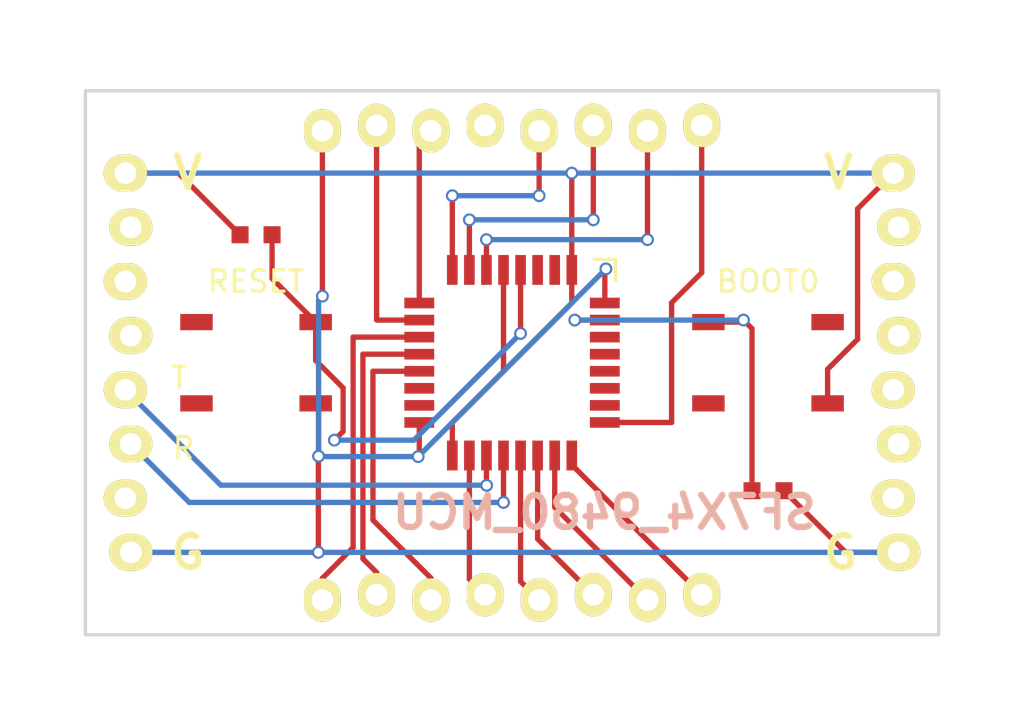
<source format=kicad_pcb>
(kicad_pcb (version 4) (host pcbnew 4.0.2+dfsg1-stable)

  (general
    (links 32)
    (no_connects 0)
    (area 104.794999 73.794999 153.205001 108.205001)
    (thickness 1.6)
    (drawings 11)
    (tracks 117)
    (zones 0)
    (modules 9)
    (nets 21)
  )

  (page A4)
  (layers
    (0 F.Cu signal)
    (31 B.Cu signal)
    (32 B.Adhes user)
    (33 F.Adhes user)
    (34 B.Paste user)
    (35 F.Paste user)
    (36 B.SilkS user)
    (37 F.SilkS user)
    (38 B.Mask user)
    (39 F.Mask user)
    (40 Dwgs.User user)
    (41 Cmts.User user)
    (42 Eco1.User user)
    (43 Eco2.User user)
    (44 Edge.Cuts user)
    (45 Margin user)
    (46 B.CrtYd user)
    (47 F.CrtYd user)
    (48 B.Fab user)
    (49 F.Fab user)
  )

  (setup
    (last_trace_width 0.25)
    (trace_clearance 0.2)
    (zone_clearance 0.508)
    (zone_45_only no)
    (trace_min 0.2)
    (segment_width 0.2)
    (edge_width 0.15)
    (via_size 0.6)
    (via_drill 0.4)
    (via_min_size 0.4)
    (via_min_drill 0.3)
    (uvia_size 0.3)
    (uvia_drill 0.1)
    (uvias_allowed no)
    (uvia_min_size 0.2)
    (uvia_min_drill 0.1)
    (pcb_text_width 0.3)
    (pcb_text_size 1.5 1.5)
    (mod_edge_width 0.15)
    (mod_text_size 1 1)
    (mod_text_width 0.15)
    (pad_size 2.032 1.7272)
    (pad_drill 1.016)
    (pad_to_mask_clearance 0.2)
    (aux_axis_origin 0 0)
    (visible_elements FFFFFF7F)
    (pcbplotparams
      (layerselection 0x00030_80000001)
      (usegerberextensions false)
      (excludeedgelayer true)
      (linewidth 0.150000)
      (plotframeref false)
      (viasonmask false)
      (mode 1)
      (useauxorigin false)
      (hpglpennumber 1)
      (hpglpenspeed 20)
      (hpglpendiameter 15)
      (hpglpenoverlay 2)
      (psnegative false)
      (psa4output false)
      (plotreference true)
      (plotvalue true)
      (plotinvisibletext false)
      (padsonsilk false)
      (subtractmaskfromsilk false)
      (outputformat 1)
      (mirror false)
      (drillshape 1)
      (scaleselection 1)
      (outputdirectory ""))
  )

  (net 0 "")
  (net 1 /gnd)
  (net 2 /vcc)
  (net 3 /reset)
  (net 4 /boot0)
  (net 5 /utx)
  (net 6 /urx)
  (net 7 /led0)
  (net 8 /led1)
  (net 9 /led2)
  (net 10 /led3)
  (net 11 /ledA)
  (net 12 /ledB)
  (net 13 /ledC)
  (net 14 /ledD)
  (net 15 /ledE)
  (net 16 /ledF)
  (net 17 /ledG)
  (net 18 /ledP)
  (net 19 /ledL)
  (net 20 /ledX)

  (net_class Default "This is the default net class."
    (clearance 0.2)
    (trace_width 0.25)
    (via_dia 0.6)
    (via_drill 0.4)
    (uvia_dia 0.3)
    (uvia_drill 0.1)
    (add_net /boot0)
    (add_net /gnd)
    (add_net /led0)
    (add_net /led1)
    (add_net /led2)
    (add_net /led3)
    (add_net /ledA)
    (add_net /ledB)
    (add_net /ledC)
    (add_net /ledD)
    (add_net /ledE)
    (add_net /ledF)
    (add_net /ledG)
    (add_net /ledL)
    (add_net /ledP)
    (add_net /ledX)
    (add_net /reset)
    (add_net /urx)
    (add_net /utx)
    (add_net /vcc)
  )

  (module 00_my_modules:STM32_LQFP32 (layer F.Cu) (tedit 5E9C8E8A) (tstamp 5E6621B8)
    (at 129 91 270)
    (descr LQFP-32)
    (tags "smd lqfp")
    (attr smd)
    (fp_text reference LQFP32 (at 0 0 270) (layer F.Fab)
      (effects (font (size 0.8 0.8) (thickness 0.1)))
    )
    (fp_text value "" (at -1.5 -3 270) (layer F.Fab)
      (effects (font (size 0.5 0.5) (thickness 0.01)))
    )
    (fp_line (start -5.05 -5.05) (end 5.05 -5.05) (layer F.CrtYd) (width 0.01))
    (fp_line (start 5.05 -5.05) (end 5.05 5.05) (layer F.CrtYd) (width 0.01))
    (fp_line (start 5.05 5.05) (end -5.05 5.05) (layer F.CrtYd) (width 0.01))
    (fp_line (start -5.05 5.05) (end -5.05 -5.05) (layer F.CrtYd) (width 0.01))
    (fp_line (start -4.85 -4.85) (end -4.85 -3.85) (layer F.SilkS) (width 0.15))
    (fp_line (start -4.85 -4.85) (end -3.85 -4.85) (layer F.SilkS) (width 0.15))
    (fp_line (start -3.65 -3.65) (end 3.65 -3.65) (layer F.Fab) (width 0.01))
    (fp_line (start 3.65 -3.65) (end 3.65 3.65) (layer F.Fab) (width 0.01))
    (fp_line (start 3.65 3.65) (end -3.65 3.65) (layer F.Fab) (width 0.01))
    (fp_line (start -3.65 3.65) (end -3.65 -3.65) (layer F.Fab) (width 0.01))
    (pad 3.3 smd rect (at -4.35 -2.8 270) (size 1.4 0.5) (layers F.Cu F.Paste F.Mask)
      (net 2 /vcc))
    (pad PF0 smd rect (at -4.35 -2 270) (size 1.4 0.5) (layers F.Cu F.Paste F.Mask))
    (pad PF1 smd rect (at -4.35 -1.2 270) (size 1.4 0.5) (layers F.Cu F.Paste F.Mask))
    (pad RST smd rect (at -4.35 -0.4 270) (size 1.4 0.5) (layers F.Cu F.Paste F.Mask)
      (net 3 /reset))
    (pad 3.3 smd rect (at -4.35 0.4 270) (size 1.4 0.5) (layers F.Cu F.Paste F.Mask)
      (net 2 /vcc))
    (pad PA0 smd rect (at -4.35 1.2 270) (size 1.4 0.5) (layers F.Cu F.Paste F.Mask)
      (net 17 /ledG))
    (pad PA1 smd rect (at -4.35 2 270) (size 1.4 0.5) (layers F.Cu F.Paste F.Mask)
      (net 11 /ledA))
    (pad PA2 smd rect (at -4.35 2.8 270) (size 1.4 0.5) (layers F.Cu F.Paste F.Mask)
      (net 13 /ledC))
    (pad PA3 smd rect (at -2.8 4.35) (size 1.4 0.5) (layers F.Cu F.Paste F.Mask)
      (net 16 /ledF))
    (pad PA4 smd rect (at -2 4.35) (size 1.4 0.5) (layers F.Cu F.Paste F.Mask)
      (net 20 /ledX))
    (pad PA5 smd rect (at -1.2 4.35) (size 1.4 0.5) (layers F.Cu F.Paste F.Mask)
      (net 10 /led3))
    (pad PA6 smd rect (at -0.4 4.35) (size 1.4 0.5) (layers F.Cu F.Paste F.Mask)
      (net 18 /ledP))
    (pad PA7 smd rect (at 0.4 4.35) (size 1.4 0.5) (layers F.Cu F.Paste F.Mask)
      (net 9 /led2))
    (pad PB0 smd rect (at 1.2 4.35) (size 1.4 0.5) (layers F.Cu F.Paste F.Mask))
    (pad PB1 smd rect (at 2 4.35) (size 1.4 0.5) (layers F.Cu F.Paste F.Mask))
    (pad GND smd rect (at 2.8 4.35) (size 1.4 0.5) (layers F.Cu F.Paste F.Mask)
      (net 1 /gnd))
    (pad PA14 smd rect (at 4.35 -2.8 270) (size 1.4 0.5) (layers F.Cu F.Paste F.Mask)
      (net 7 /led0))
    (pad PA13 smd rect (at 4.35 -2 270) (size 1.4 0.5) (layers F.Cu F.Paste F.Mask)
      (net 8 /led1))
    (pad PA12 smd rect (at 4.35 -1.2 270) (size 1.4 0.5) (layers F.Cu F.Paste F.Mask)
      (net 14 /ledD))
    (pad PA11 smd rect (at 4.35 -0.4 270) (size 1.4 0.5) (layers F.Cu F.Paste F.Mask)
      (net 19 /ledL))
    (pad PA10 smd rect (at 4.35 0.4 270) (size 1.4 0.5) (layers F.Cu F.Paste F.Mask)
      (net 6 /urx))
    (pad PA9 smd rect (at 4.35 1.2 270) (size 1.4 0.5) (layers F.Cu F.Paste F.Mask)
      (net 5 /utx))
    (pad PA8 smd rect (at 4.35 2 270) (size 1.4 0.5) (layers F.Cu F.Paste F.Mask)
      (net 15 /ledE))
    (pad 3.3 smd rect (at 4.35 2.8 270) (size 1.4 0.5) (layers F.Cu F.Paste F.Mask)
      (net 2 /vcc))
    (pad GND smd rect (at -2.8 -4.35) (size 1.4 0.5) (layers F.Cu F.Paste F.Mask)
      (net 1 /gnd))
    (pad BOOT smd rect (at -2 -4.35) (size 1.4 0.5) (layers F.Cu F.Paste F.Mask)
      (net 4 /boot0))
    (pad PB7 smd rect (at -1.2 -4.35) (size 1.4 0.5) (layers F.Cu F.Paste F.Mask))
    (pad PB6 smd rect (at -0.4 -4.35) (size 1.4 0.5) (layers F.Cu F.Paste F.Mask))
    (pad PB5 smd rect (at 0.4 -4.35) (size 1.4 0.5) (layers F.Cu F.Paste F.Mask))
    (pad PB4 smd rect (at 1.2 -4.35) (size 1.4 0.5) (layers F.Cu F.Paste F.Mask))
    (pad PB3 smd rect (at 2 -4.35) (size 1.4 0.5) (layers F.Cu F.Paste F.Mask))
    (pad PA15 smd rect (at 2.8 -4.35) (size 1.4 0.5) (layers F.Cu F.Paste F.Mask)
      (net 12 /ledB))
  )

  (module 00_my_modules:BUTTON4_SMD (layer F.Cu) (tedit 5E662A29) (tstamp 5E662919)
    (at 141 91)
    (descr button4_smd)
    (tags "SPST button tactile switch")
    (fp_text reference BOOT0 (at 0 -3.81) (layer F.SilkS)
      (effects (font (size 1 1) (thickness 0.15)))
    )
    (fp_text value "" (at 0 3.81) (layer F.Fab)
      (effects (font (size 1 1) (thickness 0.15)))
    )
    (fp_line (start -1.54 -2.54) (end -2.54 -1.54) (layer F.Fab) (width 0.2032))
    (fp_line (start -2.54 -1.24) (end -2.54 1.27) (layer F.Fab) (width 0.2032))
    (fp_line (start -2.54 1.54) (end -1.54 2.54) (layer F.Fab) (width 0.2032))
    (fp_line (start -1.54 2.54) (end 1.54 2.54) (layer F.Fab) (width 0.2032))
    (fp_line (start 1.54 2.54) (end 2.54 1.54) (layer F.Fab) (width 0.2032))
    (fp_line (start 2.54 1.24) (end 2.54 -1.24) (layer F.Fab) (width 0.2032))
    (fp_line (start 2.54 -1.54) (end 1.54 -2.54) (layer F.Fab) (width 0.2032))
    (fp_line (start 1.54 -2.54) (end -1.54 -2.54) (layer F.Fab) (width 0.2032))
    (fp_line (start 1.905 1.27) (end 1.905 0.445) (layer F.Fab) (width 0.127))
    (fp_line (start 1.905 0.445) (end 2.16 -0.01) (layer F.Fab) (width 0.127))
    (fp_line (start 1.905 -0.23) (end 1.905 -1.115) (layer F.Fab) (width 0.127))
    (fp_circle (center 0 0) (end 0 1.27) (layer F.Fab) (width 0.2032))
    (pad 1 smd rect (at -2.794 1.905) (size 1.524 0.762) (layers F.Cu F.Paste F.Mask))
    (pad 2 smd rect (at 2.794 1.905) (size 1.524 0.762) (layers F.Cu F.Paste F.Mask)
      (net 2 /vcc))
    (pad 3 smd rect (at -2.794 -1.905) (size 1.524 0.762) (layers F.Cu F.Paste F.Mask)
      (net 4 /boot0))
    (pad 4 smd rect (at 2.794 -1.905) (size 1.524 0.762) (layers F.Cu F.Paste F.Mask))
  )

  (module 00_my_modules:BUTTON4_SMD (layer F.Cu) (tedit 5E6629E5) (tstamp 5E662940)
    (at 117 91)
    (descr button4_smd)
    (tags "SPST button tactile switch")
    (fp_text reference RESET (at 0 -3.81) (layer F.SilkS)
      (effects (font (size 1 1) (thickness 0.15)))
    )
    (fp_text value "" (at 0 3.81) (layer F.Fab)
      (effects (font (size 1 1) (thickness 0.15)))
    )
    (fp_line (start -1.54 -2.54) (end -2.54 -1.54) (layer F.Fab) (width 0.2032))
    (fp_line (start -2.54 -1.24) (end -2.54 1.27) (layer F.Fab) (width 0.2032))
    (fp_line (start -2.54 1.54) (end -1.54 2.54) (layer F.Fab) (width 0.2032))
    (fp_line (start -1.54 2.54) (end 1.54 2.54) (layer F.Fab) (width 0.2032))
    (fp_line (start 1.54 2.54) (end 2.54 1.54) (layer F.Fab) (width 0.2032))
    (fp_line (start 2.54 1.24) (end 2.54 -1.24) (layer F.Fab) (width 0.2032))
    (fp_line (start 2.54 -1.54) (end 1.54 -2.54) (layer F.Fab) (width 0.2032))
    (fp_line (start 1.54 -2.54) (end -1.54 -2.54) (layer F.Fab) (width 0.2032))
    (fp_line (start 1.905 1.27) (end 1.905 0.445) (layer F.Fab) (width 0.127))
    (fp_line (start 1.905 0.445) (end 2.16 -0.01) (layer F.Fab) (width 0.127))
    (fp_line (start 1.905 -0.23) (end 1.905 -1.115) (layer F.Fab) (width 0.127))
    (fp_circle (center 0 0) (end 0 1.27) (layer F.Fab) (width 0.2032))
    (pad 1 smd rect (at -2.794 1.905) (size 1.524 0.762) (layers F.Cu F.Paste F.Mask))
    (pad 2 smd rect (at 2.794 1.905) (size 1.524 0.762) (layers F.Cu F.Paste F.Mask)
      (net 1 /gnd))
    (pad 3 smd rect (at -2.794 -1.905) (size 1.524 0.762) (layers F.Cu F.Paste F.Mask))
    (pad 4 smd rect (at 2.794 -1.905) (size 1.524 0.762) (layers F.Cu F.Paste F.Mask)
      (net 3 /reset))
  )

  (module 00_my_modules:header1x8wiggle (layer F.Cu) (tedit 5E9C920D) (tstamp 5E66303D)
    (at 147 91)
    (descr "Through hole pin header")
    (tags "pin header")
    (fp_text reference "" (at 0 -2.4) (layer F.SilkS)
      (effects (font (size 0.5 0.5) (thickness 0.01)))
    )
    (fp_text value "" (at 0 -3.1) (layer F.Fab)
      (effects (font (size 0.5 0.5) (thickness 0.01)))
    )
    (fp_line (start -1.75 -10.64) (end -1.75 10.64) (layer F.CrtYd) (width 0.05))
    (fp_line (start 1.75 -10.64) (end 1.75 10.64) (layer F.CrtYd) (width 0.05))
    (fp_line (start -1.75 -10.64) (end 1.75 -10.64) (layer F.CrtYd) (width 0.05))
    (fp_line (start -1.75 10.64) (end 1.75 10.64) (layer F.CrtYd) (width 0.05))
    (fp_line (start -6 -8.89) (end 6 -8.89) (layer F.CrtYd) (width 0.01))
    (fp_line (start -6 0) (end 6 0) (layer F.CrtYd) (width 0.01))
    (fp_line (start -6 8.89) (end 6 8.89) (layer F.CrtYd) (width 0.01))
    (pad 1 thru_hole oval (at -0.127 -8.89) (size 2.032 1.7272) (drill 1.016) (layers *.Cu *.Mask F.SilkS)
      (net 2 /vcc))
    (pad 2 thru_hole oval (at 0.127 -6.35) (size 2.032 1.7272) (drill 1.016) (layers *.Cu *.Mask F.SilkS))
    (pad 3 thru_hole oval (at -0.127 -3.81) (size 2.032 1.7272) (drill 1.016) (layers *.Cu *.Mask F.SilkS))
    (pad 4 thru_hole oval (at 0.127 -1.27) (size 2.032 1.7272) (drill 1.016) (layers *.Cu *.Mask F.SilkS))
    (pad 5 thru_hole oval (at -0.127 1.27) (size 2.032 1.7272) (drill 1.016) (layers *.Cu *.Mask F.SilkS))
    (pad 6 thru_hole oval (at 0.127 3.81) (size 2.032 1.7272) (drill 1.016) (layers *.Cu *.Mask F.SilkS))
    (pad 7 thru_hole oval (at -0.127 6.35) (size 2.032 1.7272) (drill 1.016) (layers *.Cu *.Mask F.SilkS))
    (pad 8 thru_hole oval (at 0.127 8.89) (size 2.032 1.7272) (drill 1.016) (layers *.Cu *.Mask F.SilkS)
      (net 1 /gnd))
  )

  (module 00_my_modules:header1x8wiggle (layer F.Cu) (tedit 5E9C7EDF) (tstamp 5E663062)
    (at 111 91)
    (descr "Through hole pin header")
    (tags "pin header")
    (fp_text reference "" (at 0 -2.4) (layer F.SilkS)
      (effects (font (size 0.5 0.5) (thickness 0.01)))
    )
    (fp_text value "" (at 0 -3.1) (layer F.Fab)
      (effects (font (size 0.5 0.5) (thickness 0.01)))
    )
    (fp_line (start -1.75 -10.64) (end -1.75 10.64) (layer F.CrtYd) (width 0.05))
    (fp_line (start 1.75 -10.64) (end 1.75 10.64) (layer F.CrtYd) (width 0.05))
    (fp_line (start -1.75 -10.64) (end 1.75 -10.64) (layer F.CrtYd) (width 0.05))
    (fp_line (start -1.75 10.64) (end 1.75 10.64) (layer F.CrtYd) (width 0.05))
    (fp_line (start -6 -8.89) (end 6 -8.89) (layer F.CrtYd) (width 0.01))
    (fp_line (start -6 0) (end 6 0) (layer F.CrtYd) (width 0.01))
    (fp_line (start -6 8.89) (end 6 8.89) (layer F.CrtYd) (width 0.01))
    (pad 1 thru_hole oval (at -0.127 -8.89) (size 2.032 1.7272) (drill 1.016) (layers *.Cu *.Mask F.SilkS)
      (net 2 /vcc))
    (pad 2 thru_hole oval (at 0.127 -6.35) (size 2.032 1.7272) (drill 1.016) (layers *.Cu *.Mask F.SilkS))
    (pad 3 thru_hole oval (at -0.127 -3.81) (size 2.032 1.7272) (drill 1.016) (layers *.Cu *.Mask F.SilkS))
    (pad 4 thru_hole oval (at 0.127 -1.27) (size 2.032 1.7272) (drill 1.016) (layers *.Cu *.Mask F.SilkS))
    (pad 5 thru_hole oval (at -0.127 1.27) (size 2.032 1.7272) (drill 1.016) (layers *.Cu *.Mask F.SilkS)
      (net 5 /utx))
    (pad 6 thru_hole oval (at 0.127 3.81) (size 2.032 1.7272) (drill 1.016) (layers *.Cu *.Mask F.SilkS)
      (net 6 /urx))
    (pad 7 thru_hole oval (at -0.127 6.35) (size 2.032 1.7272) (drill 1.016) (layers *.Cu *.Mask F.SilkS))
    (pad 8 thru_hole oval (at 0.127 8.89) (size 2.032 1.7272) (drill 1.016) (layers *.Cu *.Mask F.SilkS)
      (net 1 /gnd))
  )

  (module 00_my_modules:R_0603 (layer F.Cu) (tedit 5E6622A7) (tstamp 5E66386E)
    (at 117 85)
    (descr R0603)
    (tags "resistor 0603")
    (attr smd)
    (fp_text reference R (at 0 0) (layer F.Fab)
      (effects (font (size 0.5 0.5) (thickness 0.1)))
    )
    (fp_text value "" (at 0 0) (layer F.Fab)
      (effects (font (size 0.5 0.5) (thickness 0.01)))
    )
    (fp_line (start -1.2 -0.45) (end 1.2 -0.45) (layer F.CrtYd) (width 0.01))
    (fp_line (start -1.2 0.45) (end 1.2 0.45) (layer F.CrtYd) (width 0.01))
    (fp_line (start -1.2 -0.45) (end -1.2 0.45) (layer F.CrtYd) (width 0.01))
    (fp_line (start 1.2 -0.45) (end 1.2 0.45) (layer F.CrtYd) (width 0.01))
    (pad 1 smd rect (at -0.75 0) (size 0.8 0.8) (layers F.Cu F.Paste F.Mask)
      (net 2 /vcc))
    (pad 2 smd rect (at 0.75 0) (size 0.8 0.8) (layers F.Cu F.Paste F.Mask)
      (net 3 /reset))
  )

  (module 00_my_modules:R_0603 (layer F.Cu) (tedit 5E6622B1) (tstamp 5E663881)
    (at 141 97)
    (descr R0603)
    (tags "resistor 0603")
    (attr smd)
    (fp_text reference R (at 0 0) (layer F.Fab)
      (effects (font (size 0.5 0.5) (thickness 0.1)))
    )
    (fp_text value "" (at 0 0) (layer F.Fab)
      (effects (font (size 0.5 0.5) (thickness 0.01)))
    )
    (fp_line (start -1.2 -0.45) (end 1.2 -0.45) (layer F.CrtYd) (width 0.01))
    (fp_line (start -1.2 0.45) (end 1.2 0.45) (layer F.CrtYd) (width 0.01))
    (fp_line (start -1.2 -0.45) (end -1.2 0.45) (layer F.CrtYd) (width 0.01))
    (fp_line (start 1.2 -0.45) (end 1.2 0.45) (layer F.CrtYd) (width 0.01))
    (pad 1 smd rect (at -0.75 0) (size 0.8 0.8) (layers F.Cu F.Paste F.Mask)
      (net 4 /boot0))
    (pad 2 smd rect (at 0.75 0) (size 0.8 0.8) (layers F.Cu F.Paste F.Mask)
      (net 1 /gnd))
  )

  (module 00_my_modules:header1x8wiggle (layer F.Cu) (tedit 5E9C8DD7) (tstamp 5E9C8870)
    (at 129 80 90)
    (descr "Through hole pin header")
    (tags "pin header")
    (fp_text reference "" (at 0 -2.4 90) (layer F.SilkS)
      (effects (font (size 0.5 0.5) (thickness 0.01)))
    )
    (fp_text value "" (at 0 -3.1 90) (layer F.Fab)
      (effects (font (size 0.5 0.5) (thickness 0.01)))
    )
    (fp_line (start -1.75 -10.64) (end -1.75 10.64) (layer F.CrtYd) (width 0.05))
    (fp_line (start 1.75 -10.64) (end 1.75 10.64) (layer F.CrtYd) (width 0.05))
    (fp_line (start -1.75 -10.64) (end 1.75 -10.64) (layer F.CrtYd) (width 0.05))
    (fp_line (start -1.75 10.64) (end 1.75 10.64) (layer F.CrtYd) (width 0.05))
    (fp_line (start -6 -8.89) (end 6 -8.89) (layer F.CrtYd) (width 0.01))
    (fp_line (start -6 0) (end 6 0) (layer F.CrtYd) (width 0.01))
    (fp_line (start -6 8.89) (end 6 8.89) (layer F.CrtYd) (width 0.01))
    (pad N thru_hole oval (at -0.127 -8.89 90) (size 2.032 1.7272) (drill 1.016) (layers *.Cu *.Mask F.SilkS)
      (net 1 /gnd))
    (pad X thru_hole oval (at 0.127 -6.35 90) (size 2.032 1.7272) (drill 1.016) (layers *.Cu *.Mask F.SilkS)
      (net 20 /ledX))
    (pad F thru_hole oval (at -0.127 -3.81 90) (size 2.032 1.7272) (drill 1.016) (layers *.Cu *.Mask F.SilkS)
      (net 16 /ledF))
    (pad N thru_hole oval (at 0.127 -1.27 90) (size 2.032 1.7272) (drill 1.016) (layers *.Cu *.Mask F.SilkS))
    (pad C thru_hole oval (at -0.127 1.27 90) (size 2.032 1.7272) (drill 1.016) (layers *.Cu *.Mask F.SilkS)
      (net 13 /ledC))
    (pad A thru_hole oval (at 0.127 3.81 90) (size 2.032 1.7272) (drill 1.016) (layers *.Cu *.Mask F.SilkS)
      (net 11 /ledA))
    (pad G thru_hole oval (at -0.127 6.35 90) (size 2.032 1.7272) (drill 1.016) (layers *.Cu *.Mask F.SilkS)
      (net 17 /ledG))
    (pad B thru_hole oval (at 0.127 8.89 90) (size 2.032 1.7272) (drill 1.016) (layers *.Cu *.Mask F.SilkS)
      (net 12 /ledB))
  )

  (module 00_my_modules:header1x8wiggle (layer F.Cu) (tedit 5E9C8AE2) (tstamp 5E9C8895)
    (at 129 102 90)
    (descr "Through hole pin header")
    (tags "pin header")
    (fp_text reference "" (at 0 -2.4 90) (layer F.SilkS)
      (effects (font (size 0.5 0.5) (thickness 0.01)))
    )
    (fp_text value "" (at 0 -3.1 90) (layer F.Fab)
      (effects (font (size 0.5 0.5) (thickness 0.01)))
    )
    (fp_line (start -1.75 -10.64) (end -1.75 10.64) (layer F.CrtYd) (width 0.05))
    (fp_line (start 1.75 -10.64) (end 1.75 10.64) (layer F.CrtYd) (width 0.05))
    (fp_line (start -1.75 -10.64) (end 1.75 -10.64) (layer F.CrtYd) (width 0.05))
    (fp_line (start -1.75 10.64) (end 1.75 10.64) (layer F.CrtYd) (width 0.05))
    (fp_line (start -6 -8.89) (end 6 -8.89) (layer F.CrtYd) (width 0.01))
    (fp_line (start -6 0) (end 6 0) (layer F.CrtYd) (width 0.01))
    (fp_line (start -6 8.89) (end 6 8.89) (layer F.CrtYd) (width 0.01))
    (pad 3 thru_hole oval (at -0.127 -8.89 90) (size 2.032 1.7272) (drill 1.016) (layers *.Cu *.Mask F.SilkS)
      (net 10 /led3))
    (pad P thru_hole oval (at 0.127 -6.35 90) (size 2.032 1.7272) (drill 1.016) (layers *.Cu *.Mask F.SilkS)
      (net 18 /ledP))
    (pad 2 thru_hole oval (at -0.127 -3.81 90) (size 2.032 1.7272) (drill 1.016) (layers *.Cu *.Mask F.SilkS)
      (net 9 /led2))
    (pad E thru_hole oval (at 0.127 -1.27 90) (size 2.032 1.7272) (drill 1.016) (layers *.Cu *.Mask F.SilkS)
      (net 15 /ledE))
    (pad L thru_hole oval (at -0.127 1.27 90) (size 2.032 1.7272) (drill 1.016) (layers *.Cu *.Mask F.SilkS)
      (net 19 /ledL))
    (pad D thru_hole oval (at 0.127 3.81 90) (size 2.032 1.7272) (drill 1.016) (layers *.Cu *.Mask F.SilkS)
      (net 14 /ledD))
    (pad 1 thru_hole oval (at -0.127 6.35 90) (size 2.032 1.7272) (drill 1.016) (layers *.Cu *.Mask F.SilkS)
      (net 8 /led1))
    (pad 0 thru_hole oval (at 0.127 8.89 90) (size 2.032 1.7272) (drill 1.016) (layers *.Cu *.Mask F.SilkS)
      (net 7 /led0))
  )

  (gr_text SF7X4_9480_MCU (at 133.33 98.02) (layer B.SilkS)
    (effects (font (size 1.5 1.5) (thickness 0.3)) (justify mirror))
  )
  (gr_text T (at 113.4 91.7) (layer F.SilkS)
    (effects (font (size 1 1) (thickness 0.15)))
  )
  (gr_text R (at 113.6 95) (layer F.SilkS)
    (effects (font (size 1 1) (thickness 0.15)))
  )
  (gr_text V (at 113.8 82.1) (layer F.SilkS)
    (effects (font (size 1.5 1.5) (thickness 0.3)))
  )
  (gr_text G (at 113.8 99.9) (layer F.SilkS)
    (effects (font (size 1.5 1.5) (thickness 0.3)))
  )
  (gr_text G (at 144.4 99.9) (layer F.SilkS)
    (effects (font (size 1.5 1.5) (thickness 0.3)))
  )
  (gr_text V (at 144.3 82.1) (layer F.SilkS)
    (effects (font (size 1.5 1.5) (thickness 0.3)))
  )
  (gr_line (start 109 103.75) (end 109 78.25) (angle 90) (layer Edge.Cuts) (width 0.15))
  (gr_line (start 149 103.75) (end 109 103.75) (angle 90) (layer Edge.Cuts) (width 0.15))
  (gr_line (start 149 78.25) (end 149 103.75) (angle 90) (layer Edge.Cuts) (width 0.15))
  (gr_line (start 109 78.25) (end 149 78.25) (angle 90) (layer Edge.Cuts) (width 0.15))

  (segment (start 120.11 80.127) (end 120.11 87.88) (width 0.25) (layer F.Cu) (net 1))
  (segment (start 119.93 88.06) (end 119.93 95.38) (width 0.25) (layer B.Cu) (net 1) (tstamp 5E9C8CDD))
  (segment (start 120.11 87.88) (end 119.93 88.06) (width 0.25) (layer B.Cu) (net 1) (tstamp 5E9C8CDC))
  (via (at 120.11 87.88) (size 0.6) (drill 0.4) (layers F.Cu B.Cu) (net 1))
  (segment (start 119.93 95.38) (end 119.93 93.041) (width 0.25) (layer F.Cu) (net 1))
  (segment (start 119.93 93.041) (end 119.794 92.905) (width 0.25) (layer F.Cu) (net 1) (tstamp 5E6629F8))
  (segment (start 124.6 95.4) (end 119.95 95.4) (width 0.25) (layer B.Cu) (net 1))
  (via (at 119.92 99.89) (size 0.6) (drill 0.4) (layers F.Cu B.Cu) (net 1))
  (segment (start 119.92 95.39) (end 119.92 99.89) (width 0.25) (layer F.Cu) (net 1) (tstamp 5E663A14))
  (segment (start 119.93 95.38) (end 119.92 95.39) (width 0.25) (layer F.Cu) (net 1) (tstamp 5E663A13))
  (via (at 119.93 95.38) (size 0.6) (drill 0.4) (layers F.Cu B.Cu) (net 1))
  (segment (start 119.95 95.4) (end 119.93 95.38) (width 0.25) (layer B.Cu) (net 1) (tstamp 5E663A11))
  (segment (start 147.127 99.89) (end 144.64 99.89) (width 0.25) (layer F.Cu) (net 1))
  (segment (start 144.64 99.89) (end 141.75 97) (width 0.25) (layer F.Cu) (net 1) (tstamp 5E6639FC))
  (segment (start 147.127 99.89) (end 124.6 99.89) (width 0.25) (layer B.Cu) (net 1))
  (segment (start 124.6 99.89) (end 119.92 99.89) (width 0.25) (layer B.Cu) (net 1) (tstamp 5E663A0D))
  (segment (start 119.92 99.89) (end 111.127 99.89) (width 0.25) (layer B.Cu) (net 1) (tstamp 5E663A18))
  (segment (start 133.35 88.2) (end 133.35 86.65) (width 0.25) (layer F.Cu) (net 1))
  (segment (start 124.65 95.35) (end 124.6 95.4) (width 0.25) (layer F.Cu) (net 1) (tstamp 5E662034))
  (via (at 124.6 95.4) (size 0.6) (drill 0.4) (layers F.Cu B.Cu) (net 1))
  (segment (start 124.65 95.35) (end 124.65 93.8) (width 0.25) (layer F.Cu) (net 1))
  (segment (start 133.4 86.6) (end 124.6 95.4) (width 0.25) (layer B.Cu) (net 1) (tstamp 5E662120))
  (via (at 133.4 86.6) (size 0.6) (drill 0.4) (layers F.Cu B.Cu) (net 1))
  (segment (start 133.35 86.65) (end 133.4 86.6) (width 0.25) (layer F.Cu) (net 1) (tstamp 5E66211E))
  (segment (start 145.2 88) (end 145.2 83.783) (width 0.25) (layer F.Cu) (net 2))
  (segment (start 143.794 91.306) (end 145.2 89.9) (width 0.25) (layer F.Cu) (net 2) (tstamp 5E662A3C))
  (segment (start 145.2 89.9) (end 145.2 88) (width 0.25) (layer F.Cu) (net 2) (tstamp 5E662A3E))
  (segment (start 143.794 92.905) (end 143.794 91.306) (width 0.25) (layer F.Cu) (net 2))
  (segment (start 145.2 83.783) (end 146.873 82.11) (width 0.25) (layer F.Cu) (net 2) (tstamp 5E9C8BAB))
  (segment (start 131.8 86.65) (end 131.8 82.11) (width 0.25) (layer F.Cu) (net 2))
  (via (at 131.8 82.11) (size 0.6) (drill 0.4) (layers F.Cu B.Cu) (net 2))
  (segment (start 110.873 82.11) (end 113.36 82.11) (width 0.25) (layer F.Cu) (net 2))
  (segment (start 113.36 82.11) (end 116.25 85) (width 0.25) (layer F.Cu) (net 2) (tstamp 5E6639FF))
  (segment (start 146.873 82.11) (end 145.2 82.11) (width 0.25) (layer B.Cu) (net 2))
  (segment (start 136.77 82.11) (end 131.8 82.11) (width 0.25) (layer B.Cu) (net 2) (tstamp 5E663A09))
  (segment (start 145.2 82.11) (end 136.77 82.11) (width 0.25) (layer B.Cu) (net 2) (tstamp 5E662A52))
  (segment (start 131.8 82.11) (end 110.873 82.11) (width 0.25) (layer B.Cu) (net 2) (tstamp 5E9C8BA9))
  (segment (start 128.6 86.65) (end 128.6 91.4) (width 0.25) (layer F.Cu) (net 2))
  (segment (start 131.8 86.65) (end 131.8 88.2) (width 0.25) (layer F.Cu) (net 2))
  (segment (start 126.2 93.8) (end 126.2 95.35) (width 0.25) (layer F.Cu) (net 2) (tstamp 5E662126))
  (segment (start 131.8 88.2) (end 128.6 91.4) (width 0.25) (layer F.Cu) (net 2) (tstamp 5E662124))
  (segment (start 128.6 91.4) (end 126.2 93.8) (width 0.25) (layer F.Cu) (net 2) (tstamp 5E66212B))
  (segment (start 117.75 85) (end 117.75 87.051) (width 0.25) (layer F.Cu) (net 3))
  (segment (start 117.75 87.051) (end 119.794 89.095) (width 0.25) (layer F.Cu) (net 3) (tstamp 5E9C9117))
  (segment (start 129.4 86.65) (end 129.4 89.63) (width 0.25) (layer F.Cu) (net 3))
  (segment (start 119.794 90.894) (end 121.08 92.18) (width 0.25) (layer F.Cu) (net 3) (tstamp 5E9C90D7))
  (segment (start 121.08 92.18) (end 121.08 94.22) (width 0.25) (layer F.Cu) (net 3) (tstamp 5E9C90D9))
  (segment (start 121.08 94.22) (end 120.67 94.63) (width 0.25) (layer F.Cu) (net 3) (tstamp 5E9C90DB))
  (segment (start 119.794 90.894) (end 119.794 89.095) (width 0.25) (layer F.Cu) (net 3))
  (via (at 120.67 94.63) (size 0.6) (drill 0.4) (layers F.Cu B.Cu) (net 3))
  (segment (start 124.4 94.63) (end 120.67 94.63) (width 0.25) (layer B.Cu) (net 3) (tstamp 5E9C90E0))
  (segment (start 129.4 89.63) (end 124.4 94.63) (width 0.25) (layer B.Cu) (net 3) (tstamp 5E9C90DF))
  (via (at 129.4 89.63) (size 0.6) (drill 0.4) (layers F.Cu B.Cu) (net 3))
  (segment (start 140.25 97) (end 140.25 89.4) (width 0.25) (layer F.Cu) (net 4))
  (segment (start 140.25 89.4) (end 139.85 89) (width 0.25) (layer F.Cu) (net 4) (tstamp 5E662709))
  (via (at 139.85 89) (size 0.6) (drill 0.4) (layers F.Cu B.Cu) (net 4))
  (segment (start 138.206 89.095) (end 139.755 89.095) (width 0.25) (layer F.Cu) (net 4) (tstamp 5E662701))
  (segment (start 139.755 89.095) (end 139.85 89) (width 0.25) (layer F.Cu) (net 4) (tstamp 5E662700))
  (segment (start 133.35 89) (end 131.94 89) (width 0.25) (layer F.Cu) (net 4))
  (segment (start 131.94 89) (end 139.85 89) (width 0.25) (layer B.Cu) (net 4) (tstamp 5E6626CF))
  (via (at 131.94 89) (size 0.6) (drill 0.4) (layers F.Cu B.Cu) (net 4))
  (segment (start 127.8 95.35) (end 127.8 96.74) (width 0.25) (layer F.Cu) (net 5))
  (segment (start 127.8 96.74) (end 127.81 96.75) (width 0.25) (layer F.Cu) (net 5) (tstamp 5E9C9104))
  (via (at 127.81 96.75) (size 0.6) (drill 0.4) (layers F.Cu B.Cu) (net 5))
  (segment (start 127.81 96.75) (end 127.8 96.74) (width 0.25) (layer B.Cu) (net 5) (tstamp 5E9C9106))
  (segment (start 127.8 96.74) (end 115.343 96.74) (width 0.25) (layer B.Cu) (net 5) (tstamp 5E9C9107))
  (segment (start 115.343 96.74) (end 110.873 92.27) (width 0.25) (layer B.Cu) (net 5) (tstamp 5E9C9108))
  (segment (start 128.6 97.55) (end 113.867 97.55) (width 0.25) (layer B.Cu) (net 6))
  (via (at 128.6 97.55) (size 0.6) (drill 0.4) (layers F.Cu B.Cu) (net 6))
  (segment (start 128.6 95.35) (end 128.6 97.55) (width 0.25) (layer F.Cu) (net 6))
  (segment (start 113.867 97.55) (end 111.127 94.81) (width 0.25) (layer B.Cu) (net 6) (tstamp 5E9C9114))
  (segment (start 131.8 95.35) (end 131.8 95.783) (width 0.25) (layer F.Cu) (net 7))
  (segment (start 131.8 95.783) (end 137.89 101.873) (width 0.25) (layer F.Cu) (net 7) (tstamp 5E9C9100))
  (segment (start 131 95.35) (end 131 97.777) (width 0.25) (layer F.Cu) (net 8))
  (segment (start 131 97.777) (end 135.35 102.127) (width 0.25) (layer F.Cu) (net 8) (tstamp 5E9C90FD))
  (segment (start 125.19 102.127) (end 125.19 101.09) (width 0.25) (layer F.Cu) (net 9))
  (segment (start 122.48 91.4) (end 124.65 91.4) (width 0.25) (layer F.Cu) (net 9) (tstamp 5E9C90F3))
  (segment (start 122.48 98.38) (end 122.48 91.4) (width 0.25) (layer F.Cu) (net 9) (tstamp 5E9C90F1))
  (segment (start 125.19 101.09) (end 122.48 98.38) (width 0.25) (layer F.Cu) (net 9) (tstamp 5E9C90F0))
  (segment (start 120.11 102.127) (end 120.11 101.1) (width 0.25) (layer F.Cu) (net 10))
  (segment (start 121.55 89.8) (end 124.65 89.8) (width 0.25) (layer F.Cu) (net 10) (tstamp 5E9C90E8))
  (segment (start 121.55 99.66) (end 121.55 89.8) (width 0.25) (layer F.Cu) (net 10) (tstamp 5E9C90E6))
  (segment (start 120.11 101.1) (end 121.55 99.66) (width 0.25) (layer F.Cu) (net 10) (tstamp 5E9C90E5))
  (segment (start 127 84.3) (end 132.81 84.3) (width 0.25) (layer B.Cu) (net 11))
  (via (at 127 84.3) (size 0.6) (drill 0.4) (layers F.Cu B.Cu) (net 11))
  (segment (start 127 86.65) (end 127 84.3) (width 0.25) (layer F.Cu) (net 11))
  (segment (start 132.81 84.3) (end 132.81 79.873) (width 0.25) (layer F.Cu) (net 11) (tstamp 5E9C9132))
  (via (at 132.81 84.3) (size 0.6) (drill 0.4) (layers F.Cu B.Cu) (net 11))
  (segment (start 133.35 93.8) (end 136.48 93.8) (width 0.25) (layer F.Cu) (net 12))
  (segment (start 137.89 86.78) (end 136.48 88.19) (width 0.25) (layer F.Cu) (net 12) (tstamp 5E9C913A))
  (segment (start 136.48 88.19) (end 136.48 93.8) (width 0.25) (layer F.Cu) (net 12) (tstamp 5E9C9140))
  (segment (start 137.89 86.78) (end 137.89 79.873) (width 0.25) (layer F.Cu) (net 12))
  (segment (start 126.2 83.17) (end 130.27 83.17) (width 0.25) (layer B.Cu) (net 13))
  (via (at 126.2 83.17) (size 0.6) (drill 0.4) (layers F.Cu B.Cu) (net 13))
  (segment (start 126.2 86.65) (end 126.2 83.17) (width 0.25) (layer F.Cu) (net 13))
  (segment (start 130.27 83.17) (end 130.27 80.127) (width 0.25) (layer F.Cu) (net 13) (tstamp 5E9C9137))
  (via (at 130.27 83.17) (size 0.6) (drill 0.4) (layers F.Cu B.Cu) (net 13))
  (segment (start 130.2 95.35) (end 130.2 99.263) (width 0.25) (layer F.Cu) (net 14))
  (segment (start 130.2 99.263) (end 132.81 101.873) (width 0.25) (layer F.Cu) (net 14) (tstamp 5E9C90FA))
  (segment (start 127 95.35) (end 127 101.143) (width 0.25) (layer F.Cu) (net 15))
  (segment (start 127 101.143) (end 127.73 101.873) (width 0.25) (layer F.Cu) (net 15) (tstamp 5E9C90F6))
  (segment (start 124.65 88.2) (end 124.65 80.667) (width 0.25) (layer F.Cu) (net 16))
  (segment (start 124.65 80.667) (end 125.19 80.127) (width 0.25) (layer F.Cu) (net 16) (tstamp 5E9C911A))
  (segment (start 127.8 85.23) (end 135.35 85.23) (width 0.25) (layer B.Cu) (net 17))
  (via (at 127.8 85.23) (size 0.6) (drill 0.4) (layers F.Cu B.Cu) (net 17))
  (segment (start 127.8 86.65) (end 127.8 85.23) (width 0.25) (layer F.Cu) (net 17))
  (segment (start 135.35 85.23) (end 135.35 80.127) (width 0.25) (layer F.Cu) (net 17) (tstamp 5E9C912D))
  (via (at 135.35 85.23) (size 0.6) (drill 0.4) (layers F.Cu B.Cu) (net 17))
  (segment (start 122.65 101.873) (end 122.65 100.83) (width 0.25) (layer F.Cu) (net 18))
  (segment (start 122.01 90.6) (end 124.65 90.6) (width 0.25) (layer F.Cu) (net 18) (tstamp 5E9C90ED))
  (segment (start 122.01 100.19) (end 122.01 90.6) (width 0.25) (layer F.Cu) (net 18) (tstamp 5E9C90EC))
  (segment (start 122.65 100.83) (end 122.01 100.19) (width 0.25) (layer F.Cu) (net 18) (tstamp 5E9C90EB))
  (segment (start 129.4 95.35) (end 129.4 101.257) (width 0.25) (layer F.Cu) (net 19))
  (segment (start 129.4 101.257) (end 130.27 102.127) (width 0.25) (layer F.Cu) (net 19) (tstamp 5E9C90F8))
  (segment (start 124.65 89) (end 122.66 89) (width 0.25) (layer F.Cu) (net 20))
  (segment (start 122.65 88.99) (end 122.65 79.873) (width 0.25) (layer F.Cu) (net 20) (tstamp 5E9C911D))
  (segment (start 122.66 89) (end 122.65 88.99) (width 0.25) (layer F.Cu) (net 20) (tstamp 5E9C911C))

)

</source>
